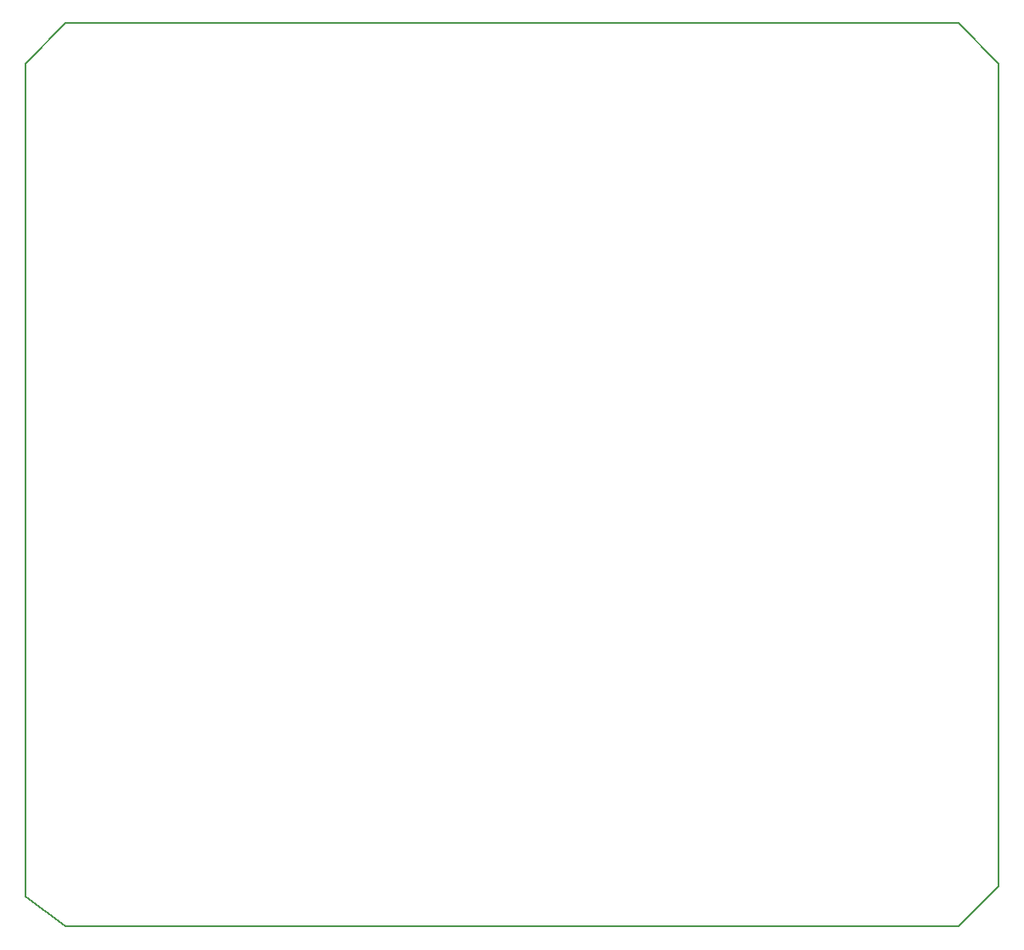
<source format=gbr>
G04 #@! TF.FileFunction,Profile,NP*
%FSLAX46Y46*%
G04 Gerber Fmt 4.6, Leading zero omitted, Abs format (unit mm)*
G04 Created by KiCad (PCBNEW 4.0.5) date Monday, February 26, 2018 'PMt' 12:55:55 PM*
%MOMM*%
%LPD*%
G01*
G04 APERTURE LIST*
%ADD10C,0.100000*%
%ADD11C,0.150000*%
G04 APERTURE END LIST*
D10*
D11*
X155000000Y-160000000D02*
X155000000Y-77000000D01*
X159000000Y-163000000D02*
X155000000Y-160000000D01*
X248000000Y-163000000D02*
X252000000Y-159000000D01*
X248000000Y-73000000D02*
X252000000Y-77000000D01*
X155000000Y-77000000D02*
X159000000Y-73000000D01*
X248000000Y-163000000D02*
X159000000Y-163000000D01*
X233000000Y-73000000D02*
X159000000Y-73000000D01*
X233000000Y-73000000D02*
X248000000Y-73000000D01*
X252000000Y-159000000D02*
X252000000Y-77000000D01*
M02*

</source>
